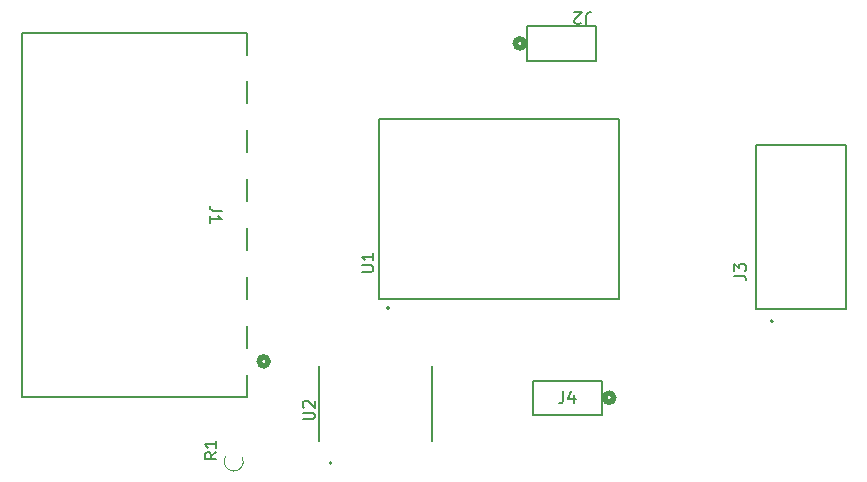
<source format=gbr>
%TF.GenerationSoftware,KiCad,Pcbnew,8.0.7*%
%TF.CreationDate,2025-02-17T19:38:04-05:00*%
%TF.ProjectId,peripheralBoard,70657269-7068-4657-9261-6c426f617264,rev?*%
%TF.SameCoordinates,Original*%
%TF.FileFunction,Legend,Top*%
%TF.FilePolarity,Positive*%
%FSLAX46Y46*%
G04 Gerber Fmt 4.6, Leading zero omitted, Abs format (unit mm)*
G04 Created by KiCad (PCBNEW 8.0.7) date 2025-02-17 19:38:04*
%MOMM*%
%LPD*%
G01*
G04 APERTURE LIST*
%ADD10C,0.150000*%
%ADD11C,0.127000*%
%ADD12C,0.200000*%
%ADD13C,0.508000*%
%ADD14C,0.152400*%
%ADD15C,0.120000*%
G04 APERTURE END LIST*
D10*
X220868786Y-79168327D02*
X221583701Y-79168327D01*
X221583701Y-79168327D02*
X221726684Y-79215988D01*
X221726684Y-79215988D02*
X221822007Y-79311310D01*
X221822007Y-79311310D02*
X221869668Y-79454293D01*
X221869668Y-79454293D02*
X221869668Y-79549615D01*
X220868786Y-78787038D02*
X220868786Y-78167445D01*
X220868786Y-78167445D02*
X221250074Y-78501072D01*
X221250074Y-78501072D02*
X221250074Y-78358089D01*
X221250074Y-78358089D02*
X221297735Y-78262767D01*
X221297735Y-78262767D02*
X221345396Y-78215106D01*
X221345396Y-78215106D02*
X221440718Y-78167445D01*
X221440718Y-78167445D02*
X221679023Y-78167445D01*
X221679023Y-78167445D02*
X221774345Y-78215106D01*
X221774345Y-78215106D02*
X221822007Y-78262767D01*
X221822007Y-78262767D02*
X221869668Y-78358089D01*
X221869668Y-78358089D02*
X221869668Y-78644055D01*
X221869668Y-78644055D02*
X221822007Y-78739377D01*
X221822007Y-78739377D02*
X221774345Y-78787038D01*
X177476781Y-73666666D02*
X176762496Y-73666666D01*
X176762496Y-73666666D02*
X176619639Y-73619047D01*
X176619639Y-73619047D02*
X176524401Y-73523809D01*
X176524401Y-73523809D02*
X176476781Y-73380952D01*
X176476781Y-73380952D02*
X176476781Y-73285714D01*
X176476781Y-74666666D02*
X176476781Y-74095238D01*
X176476781Y-74380952D02*
X177476781Y-74380952D01*
X177476781Y-74380952D02*
X177333924Y-74285714D01*
X177333924Y-74285714D02*
X177238686Y-74190476D01*
X177238686Y-74190476D02*
X177191067Y-74095238D01*
X184347819Y-91326904D02*
X185157342Y-91326904D01*
X185157342Y-91326904D02*
X185252580Y-91279285D01*
X185252580Y-91279285D02*
X185300200Y-91231666D01*
X185300200Y-91231666D02*
X185347819Y-91136428D01*
X185347819Y-91136428D02*
X185347819Y-90945952D01*
X185347819Y-90945952D02*
X185300200Y-90850714D01*
X185300200Y-90850714D02*
X185252580Y-90803095D01*
X185252580Y-90803095D02*
X185157342Y-90755476D01*
X185157342Y-90755476D02*
X184347819Y-90755476D01*
X184443057Y-90326904D02*
X184395438Y-90279285D01*
X184395438Y-90279285D02*
X184347819Y-90184047D01*
X184347819Y-90184047D02*
X184347819Y-89945952D01*
X184347819Y-89945952D02*
X184395438Y-89850714D01*
X184395438Y-89850714D02*
X184443057Y-89803095D01*
X184443057Y-89803095D02*
X184538295Y-89755476D01*
X184538295Y-89755476D02*
X184633533Y-89755476D01*
X184633533Y-89755476D02*
X184776390Y-89803095D01*
X184776390Y-89803095D02*
X185347819Y-90374523D01*
X185347819Y-90374523D02*
X185347819Y-89755476D01*
X189319819Y-78836904D02*
X190129342Y-78836904D01*
X190129342Y-78836904D02*
X190224580Y-78789285D01*
X190224580Y-78789285D02*
X190272200Y-78741666D01*
X190272200Y-78741666D02*
X190319819Y-78646428D01*
X190319819Y-78646428D02*
X190319819Y-78455952D01*
X190319819Y-78455952D02*
X190272200Y-78360714D01*
X190272200Y-78360714D02*
X190224580Y-78313095D01*
X190224580Y-78313095D02*
X190129342Y-78265476D01*
X190129342Y-78265476D02*
X189319819Y-78265476D01*
X190319819Y-77265476D02*
X190319819Y-77836904D01*
X190319819Y-77551190D02*
X189319819Y-77551190D01*
X189319819Y-77551190D02*
X189462676Y-77646428D01*
X189462676Y-77646428D02*
X189557914Y-77741666D01*
X189557914Y-77741666D02*
X189605533Y-77836904D01*
X177034819Y-94116666D02*
X176558628Y-94449999D01*
X177034819Y-94688094D02*
X176034819Y-94688094D01*
X176034819Y-94688094D02*
X176034819Y-94307142D01*
X176034819Y-94307142D02*
X176082438Y-94211904D01*
X176082438Y-94211904D02*
X176130057Y-94164285D01*
X176130057Y-94164285D02*
X176225295Y-94116666D01*
X176225295Y-94116666D02*
X176368152Y-94116666D01*
X176368152Y-94116666D02*
X176463390Y-94164285D01*
X176463390Y-94164285D02*
X176511009Y-94211904D01*
X176511009Y-94211904D02*
X176558628Y-94307142D01*
X176558628Y-94307142D02*
X176558628Y-94688094D01*
X177034819Y-93164285D02*
X177034819Y-93735713D01*
X177034819Y-93449999D02*
X176034819Y-93449999D01*
X176034819Y-93449999D02*
X176177676Y-93545237D01*
X176177676Y-93545237D02*
X176272914Y-93640475D01*
X176272914Y-93640475D02*
X176320533Y-93735713D01*
X206396666Y-88954819D02*
X206396666Y-89669104D01*
X206396666Y-89669104D02*
X206349047Y-89811961D01*
X206349047Y-89811961D02*
X206253809Y-89907200D01*
X206253809Y-89907200D02*
X206110952Y-89954819D01*
X206110952Y-89954819D02*
X206015714Y-89954819D01*
X207301428Y-89288152D02*
X207301428Y-89954819D01*
X207063333Y-88907200D02*
X206825238Y-89621485D01*
X206825238Y-89621485D02*
X207444285Y-89621485D01*
X208333333Y-57854180D02*
X208333333Y-57139895D01*
X208333333Y-57139895D02*
X208380952Y-56997038D01*
X208380952Y-56997038D02*
X208476190Y-56901800D01*
X208476190Y-56901800D02*
X208619047Y-56854180D01*
X208619047Y-56854180D02*
X208714285Y-56854180D01*
X207904761Y-57758942D02*
X207857142Y-57806561D01*
X207857142Y-57806561D02*
X207761904Y-57854180D01*
X207761904Y-57854180D02*
X207523809Y-57854180D01*
X207523809Y-57854180D02*
X207428571Y-57806561D01*
X207428571Y-57806561D02*
X207380952Y-57758942D01*
X207380952Y-57758942D02*
X207333333Y-57663704D01*
X207333333Y-57663704D02*
X207333333Y-57568466D01*
X207333333Y-57568466D02*
X207380952Y-57425609D01*
X207380952Y-57425609D02*
X207952380Y-56854180D01*
X207952380Y-56854180D02*
X207333333Y-56854180D01*
D11*
%TO.C,J3*%
X222700000Y-81962500D02*
X222700000Y-68062500D01*
X222700000Y-68062500D02*
X230300000Y-68062500D01*
X230300000Y-68062500D02*
X230300000Y-81962500D01*
D12*
X224150000Y-83012500D02*
G75*
G02*
X223950000Y-83012500I-100000J0D01*
G01*
X223950000Y-83012500D02*
G75*
G02*
X224150000Y-83012500I100000J0D01*
G01*
D11*
X230300000Y-81962500D02*
X222700000Y-81962500D01*
D13*
%TO.C,J1*%
X181414600Y-86419998D02*
G75*
G02*
X180652600Y-86419998I-381000J0D01*
G01*
X180652600Y-86419998D02*
G75*
G02*
X181414600Y-86419998I381000J0D01*
G01*
D14*
X160534600Y-58592995D02*
X160534600Y-89407005D01*
X160534600Y-89407005D02*
X179608601Y-89407005D01*
X179608601Y-89407005D02*
X179608601Y-87554568D01*
X179608601Y-58592995D02*
X160534600Y-58592995D01*
X179608601Y-60445432D02*
X179608601Y-58592995D01*
X179608601Y-64585431D02*
X179608601Y-62714572D01*
X179608601Y-68725431D02*
X179608601Y-66854571D01*
X179608601Y-72865430D02*
X179608601Y-70994571D01*
X179608601Y-77005429D02*
X179608601Y-75134570D01*
X179608601Y-81145429D02*
X179608601Y-79274569D01*
X179608601Y-85285428D02*
X179608601Y-83414569D01*
D12*
%TO.C,U2*%
X186790000Y-95035000D02*
G75*
G02*
X186590000Y-95035000I-100000J0D01*
G01*
X186590000Y-95035000D02*
G75*
G02*
X186790000Y-95035000I100000J0D01*
G01*
D11*
X185705000Y-93175000D02*
X185705000Y-86825000D01*
X195295000Y-93175000D02*
X195295000Y-86825000D01*
%TO.C,U1*%
X190840000Y-81120000D02*
X190840000Y-65880000D01*
X190840000Y-65880000D02*
X211160000Y-65880000D01*
X211160000Y-65880000D02*
X211160000Y-81120000D01*
X211160000Y-81120000D02*
X190840000Y-81120000D01*
D12*
X191650000Y-81900000D02*
G75*
G02*
X191450000Y-81900000I-100000J0D01*
G01*
X191450000Y-81900000D02*
G75*
G02*
X191650000Y-81900000I100000J0D01*
G01*
D15*
%TO.C,R1*%
X179249359Y-94579905D02*
G75*
G02*
X177800000Y-94482867I-749359J-320095D01*
G01*
D13*
%TO.C,J4*%
X210667000Y-89500000D02*
G75*
G02*
X209905000Y-89500000I-381000J0D01*
G01*
X209905000Y-89500000D02*
G75*
G02*
X210667000Y-89500000I381000J0D01*
G01*
D14*
X203809000Y-90947800D02*
X209651000Y-90947800D01*
X209651000Y-90947800D02*
X209651000Y-88052200D01*
X209651000Y-88052200D02*
X203809000Y-88052200D01*
X203809000Y-88052200D02*
X203809000Y-90947800D01*
D13*
%TO.C,J2*%
X203095000Y-59500000D02*
G75*
G02*
X202333000Y-59500000I-381000J0D01*
G01*
X202333000Y-59500000D02*
G75*
G02*
X203095000Y-59500000I381000J0D01*
G01*
D14*
X209191000Y-58052200D02*
X203349000Y-58052200D01*
X203349000Y-58052200D02*
X203349000Y-60947800D01*
X203349000Y-60947800D02*
X209191000Y-60947800D01*
X209191000Y-60947800D02*
X209191000Y-58052200D01*
%TD*%
M02*

</source>
